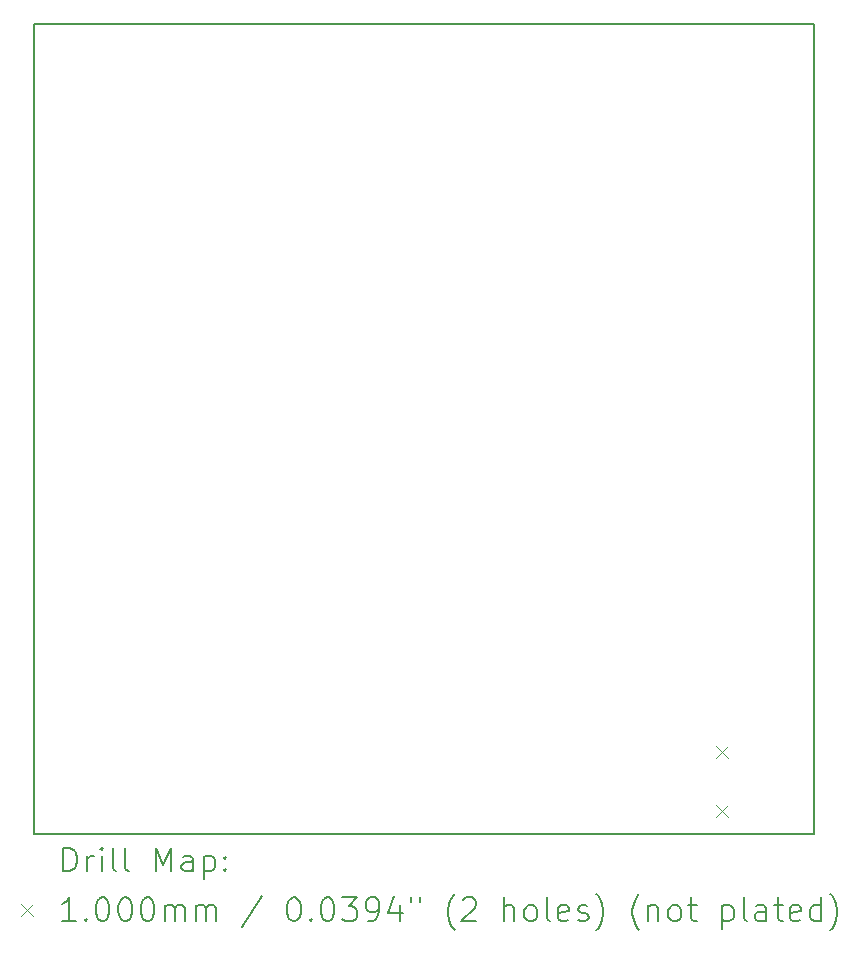
<source format=gbr>
%TF.GenerationSoftware,KiCad,Pcbnew,(6.0.7)*%
%TF.CreationDate,2023-02-07T14:26:08-05:00*%
%TF.ProjectId,DCA_USMR_sch,4443415f-5553-44d5-925f-7363682e6b69,v1.3*%
%TF.SameCoordinates,Original*%
%TF.FileFunction,Drillmap*%
%TF.FilePolarity,Positive*%
%FSLAX45Y45*%
G04 Gerber Fmt 4.5, Leading zero omitted, Abs format (unit mm)*
G04 Created by KiCad (PCBNEW (6.0.7)) date 2023-02-07 14:26:08*
%MOMM*%
%LPD*%
G01*
G04 APERTURE LIST*
%ADD10C,0.200000*%
%ADD11C,0.100000*%
G04 APERTURE END LIST*
D10*
X20098000Y-9221000D02*
X26702000Y-9221000D01*
X26702000Y-9221000D02*
X26702000Y-16080000D01*
X26702000Y-16080000D02*
X20098000Y-16080000D01*
X20098000Y-16080000D02*
X20098000Y-9221000D01*
D11*
X25869891Y-15336882D02*
X25969891Y-15436882D01*
X25969891Y-15336882D02*
X25869891Y-15436882D01*
X25869891Y-15836882D02*
X25969891Y-15936882D01*
X25969891Y-15836882D02*
X25869891Y-15936882D01*
D10*
X20345619Y-16400476D02*
X20345619Y-16200476D01*
X20393238Y-16200476D01*
X20421810Y-16210000D01*
X20440857Y-16229048D01*
X20450381Y-16248095D01*
X20459905Y-16286190D01*
X20459905Y-16314762D01*
X20450381Y-16352857D01*
X20440857Y-16371905D01*
X20421810Y-16390952D01*
X20393238Y-16400476D01*
X20345619Y-16400476D01*
X20545619Y-16400476D02*
X20545619Y-16267143D01*
X20545619Y-16305238D02*
X20555143Y-16286190D01*
X20564667Y-16276667D01*
X20583714Y-16267143D01*
X20602762Y-16267143D01*
X20669429Y-16400476D02*
X20669429Y-16267143D01*
X20669429Y-16200476D02*
X20659905Y-16210000D01*
X20669429Y-16219524D01*
X20678952Y-16210000D01*
X20669429Y-16200476D01*
X20669429Y-16219524D01*
X20793238Y-16400476D02*
X20774190Y-16390952D01*
X20764667Y-16371905D01*
X20764667Y-16200476D01*
X20898000Y-16400476D02*
X20878952Y-16390952D01*
X20869429Y-16371905D01*
X20869429Y-16200476D01*
X21126571Y-16400476D02*
X21126571Y-16200476D01*
X21193238Y-16343333D01*
X21259905Y-16200476D01*
X21259905Y-16400476D01*
X21440857Y-16400476D02*
X21440857Y-16295714D01*
X21431333Y-16276667D01*
X21412286Y-16267143D01*
X21374190Y-16267143D01*
X21355143Y-16276667D01*
X21440857Y-16390952D02*
X21421810Y-16400476D01*
X21374190Y-16400476D01*
X21355143Y-16390952D01*
X21345619Y-16371905D01*
X21345619Y-16352857D01*
X21355143Y-16333809D01*
X21374190Y-16324286D01*
X21421810Y-16324286D01*
X21440857Y-16314762D01*
X21536095Y-16267143D02*
X21536095Y-16467143D01*
X21536095Y-16276667D02*
X21555143Y-16267143D01*
X21593238Y-16267143D01*
X21612286Y-16276667D01*
X21621810Y-16286190D01*
X21631333Y-16305238D01*
X21631333Y-16362381D01*
X21621810Y-16381428D01*
X21612286Y-16390952D01*
X21593238Y-16400476D01*
X21555143Y-16400476D01*
X21536095Y-16390952D01*
X21717048Y-16381428D02*
X21726571Y-16390952D01*
X21717048Y-16400476D01*
X21707524Y-16390952D01*
X21717048Y-16381428D01*
X21717048Y-16400476D01*
X21717048Y-16276667D02*
X21726571Y-16286190D01*
X21717048Y-16295714D01*
X21707524Y-16286190D01*
X21717048Y-16276667D01*
X21717048Y-16295714D01*
D11*
X19988000Y-16680000D02*
X20088000Y-16780000D01*
X20088000Y-16680000D02*
X19988000Y-16780000D01*
D10*
X20450381Y-16820476D02*
X20336095Y-16820476D01*
X20393238Y-16820476D02*
X20393238Y-16620476D01*
X20374190Y-16649048D01*
X20355143Y-16668095D01*
X20336095Y-16677619D01*
X20536095Y-16801429D02*
X20545619Y-16810952D01*
X20536095Y-16820476D01*
X20526571Y-16810952D01*
X20536095Y-16801429D01*
X20536095Y-16820476D01*
X20669429Y-16620476D02*
X20688476Y-16620476D01*
X20707524Y-16630000D01*
X20717048Y-16639524D01*
X20726571Y-16658571D01*
X20736095Y-16696667D01*
X20736095Y-16744286D01*
X20726571Y-16782381D01*
X20717048Y-16801429D01*
X20707524Y-16810952D01*
X20688476Y-16820476D01*
X20669429Y-16820476D01*
X20650381Y-16810952D01*
X20640857Y-16801429D01*
X20631333Y-16782381D01*
X20621810Y-16744286D01*
X20621810Y-16696667D01*
X20631333Y-16658571D01*
X20640857Y-16639524D01*
X20650381Y-16630000D01*
X20669429Y-16620476D01*
X20859905Y-16620476D02*
X20878952Y-16620476D01*
X20898000Y-16630000D01*
X20907524Y-16639524D01*
X20917048Y-16658571D01*
X20926571Y-16696667D01*
X20926571Y-16744286D01*
X20917048Y-16782381D01*
X20907524Y-16801429D01*
X20898000Y-16810952D01*
X20878952Y-16820476D01*
X20859905Y-16820476D01*
X20840857Y-16810952D01*
X20831333Y-16801429D01*
X20821810Y-16782381D01*
X20812286Y-16744286D01*
X20812286Y-16696667D01*
X20821810Y-16658571D01*
X20831333Y-16639524D01*
X20840857Y-16630000D01*
X20859905Y-16620476D01*
X21050381Y-16620476D02*
X21069429Y-16620476D01*
X21088476Y-16630000D01*
X21098000Y-16639524D01*
X21107524Y-16658571D01*
X21117048Y-16696667D01*
X21117048Y-16744286D01*
X21107524Y-16782381D01*
X21098000Y-16801429D01*
X21088476Y-16810952D01*
X21069429Y-16820476D01*
X21050381Y-16820476D01*
X21031333Y-16810952D01*
X21021810Y-16801429D01*
X21012286Y-16782381D01*
X21002762Y-16744286D01*
X21002762Y-16696667D01*
X21012286Y-16658571D01*
X21021810Y-16639524D01*
X21031333Y-16630000D01*
X21050381Y-16620476D01*
X21202762Y-16820476D02*
X21202762Y-16687143D01*
X21202762Y-16706190D02*
X21212286Y-16696667D01*
X21231333Y-16687143D01*
X21259905Y-16687143D01*
X21278952Y-16696667D01*
X21288476Y-16715714D01*
X21288476Y-16820476D01*
X21288476Y-16715714D02*
X21298000Y-16696667D01*
X21317048Y-16687143D01*
X21345619Y-16687143D01*
X21364667Y-16696667D01*
X21374190Y-16715714D01*
X21374190Y-16820476D01*
X21469429Y-16820476D02*
X21469429Y-16687143D01*
X21469429Y-16706190D02*
X21478952Y-16696667D01*
X21498000Y-16687143D01*
X21526571Y-16687143D01*
X21545619Y-16696667D01*
X21555143Y-16715714D01*
X21555143Y-16820476D01*
X21555143Y-16715714D02*
X21564667Y-16696667D01*
X21583714Y-16687143D01*
X21612286Y-16687143D01*
X21631333Y-16696667D01*
X21640857Y-16715714D01*
X21640857Y-16820476D01*
X22031333Y-16610952D02*
X21859905Y-16868095D01*
X22288476Y-16620476D02*
X22307524Y-16620476D01*
X22326571Y-16630000D01*
X22336095Y-16639524D01*
X22345619Y-16658571D01*
X22355143Y-16696667D01*
X22355143Y-16744286D01*
X22345619Y-16782381D01*
X22336095Y-16801429D01*
X22326571Y-16810952D01*
X22307524Y-16820476D01*
X22288476Y-16820476D01*
X22269429Y-16810952D01*
X22259905Y-16801429D01*
X22250381Y-16782381D01*
X22240857Y-16744286D01*
X22240857Y-16696667D01*
X22250381Y-16658571D01*
X22259905Y-16639524D01*
X22269429Y-16630000D01*
X22288476Y-16620476D01*
X22440857Y-16801429D02*
X22450381Y-16810952D01*
X22440857Y-16820476D01*
X22431333Y-16810952D01*
X22440857Y-16801429D01*
X22440857Y-16820476D01*
X22574190Y-16620476D02*
X22593238Y-16620476D01*
X22612286Y-16630000D01*
X22621809Y-16639524D01*
X22631333Y-16658571D01*
X22640857Y-16696667D01*
X22640857Y-16744286D01*
X22631333Y-16782381D01*
X22621809Y-16801429D01*
X22612286Y-16810952D01*
X22593238Y-16820476D01*
X22574190Y-16820476D01*
X22555143Y-16810952D01*
X22545619Y-16801429D01*
X22536095Y-16782381D01*
X22526571Y-16744286D01*
X22526571Y-16696667D01*
X22536095Y-16658571D01*
X22545619Y-16639524D01*
X22555143Y-16630000D01*
X22574190Y-16620476D01*
X22707524Y-16620476D02*
X22831333Y-16620476D01*
X22764667Y-16696667D01*
X22793238Y-16696667D01*
X22812286Y-16706190D01*
X22821809Y-16715714D01*
X22831333Y-16734762D01*
X22831333Y-16782381D01*
X22821809Y-16801429D01*
X22812286Y-16810952D01*
X22793238Y-16820476D01*
X22736095Y-16820476D01*
X22717048Y-16810952D01*
X22707524Y-16801429D01*
X22926571Y-16820476D02*
X22964667Y-16820476D01*
X22983714Y-16810952D01*
X22993238Y-16801429D01*
X23012286Y-16772857D01*
X23021809Y-16734762D01*
X23021809Y-16658571D01*
X23012286Y-16639524D01*
X23002762Y-16630000D01*
X22983714Y-16620476D01*
X22945619Y-16620476D01*
X22926571Y-16630000D01*
X22917048Y-16639524D01*
X22907524Y-16658571D01*
X22907524Y-16706190D01*
X22917048Y-16725238D01*
X22926571Y-16734762D01*
X22945619Y-16744286D01*
X22983714Y-16744286D01*
X23002762Y-16734762D01*
X23012286Y-16725238D01*
X23021809Y-16706190D01*
X23193238Y-16687143D02*
X23193238Y-16820476D01*
X23145619Y-16610952D02*
X23098000Y-16753809D01*
X23221809Y-16753809D01*
X23288476Y-16620476D02*
X23288476Y-16658571D01*
X23364667Y-16620476D02*
X23364667Y-16658571D01*
X23659905Y-16896667D02*
X23650381Y-16887143D01*
X23631333Y-16858571D01*
X23621809Y-16839524D01*
X23612286Y-16810952D01*
X23602762Y-16763333D01*
X23602762Y-16725238D01*
X23612286Y-16677619D01*
X23621809Y-16649048D01*
X23631333Y-16630000D01*
X23650381Y-16601428D01*
X23659905Y-16591905D01*
X23726571Y-16639524D02*
X23736095Y-16630000D01*
X23755143Y-16620476D01*
X23802762Y-16620476D01*
X23821809Y-16630000D01*
X23831333Y-16639524D01*
X23840857Y-16658571D01*
X23840857Y-16677619D01*
X23831333Y-16706190D01*
X23717048Y-16820476D01*
X23840857Y-16820476D01*
X24078952Y-16820476D02*
X24078952Y-16620476D01*
X24164667Y-16820476D02*
X24164667Y-16715714D01*
X24155143Y-16696667D01*
X24136095Y-16687143D01*
X24107524Y-16687143D01*
X24088476Y-16696667D01*
X24078952Y-16706190D01*
X24288476Y-16820476D02*
X24269428Y-16810952D01*
X24259905Y-16801429D01*
X24250381Y-16782381D01*
X24250381Y-16725238D01*
X24259905Y-16706190D01*
X24269428Y-16696667D01*
X24288476Y-16687143D01*
X24317048Y-16687143D01*
X24336095Y-16696667D01*
X24345619Y-16706190D01*
X24355143Y-16725238D01*
X24355143Y-16782381D01*
X24345619Y-16801429D01*
X24336095Y-16810952D01*
X24317048Y-16820476D01*
X24288476Y-16820476D01*
X24469428Y-16820476D02*
X24450381Y-16810952D01*
X24440857Y-16791905D01*
X24440857Y-16620476D01*
X24621809Y-16810952D02*
X24602762Y-16820476D01*
X24564667Y-16820476D01*
X24545619Y-16810952D01*
X24536095Y-16791905D01*
X24536095Y-16715714D01*
X24545619Y-16696667D01*
X24564667Y-16687143D01*
X24602762Y-16687143D01*
X24621809Y-16696667D01*
X24631333Y-16715714D01*
X24631333Y-16734762D01*
X24536095Y-16753809D01*
X24707524Y-16810952D02*
X24726571Y-16820476D01*
X24764667Y-16820476D01*
X24783714Y-16810952D01*
X24793238Y-16791905D01*
X24793238Y-16782381D01*
X24783714Y-16763333D01*
X24764667Y-16753809D01*
X24736095Y-16753809D01*
X24717048Y-16744286D01*
X24707524Y-16725238D01*
X24707524Y-16715714D01*
X24717048Y-16696667D01*
X24736095Y-16687143D01*
X24764667Y-16687143D01*
X24783714Y-16696667D01*
X24859905Y-16896667D02*
X24869428Y-16887143D01*
X24888476Y-16858571D01*
X24898000Y-16839524D01*
X24907524Y-16810952D01*
X24917048Y-16763333D01*
X24917048Y-16725238D01*
X24907524Y-16677619D01*
X24898000Y-16649048D01*
X24888476Y-16630000D01*
X24869428Y-16601428D01*
X24859905Y-16591905D01*
X25221809Y-16896667D02*
X25212286Y-16887143D01*
X25193238Y-16858571D01*
X25183714Y-16839524D01*
X25174190Y-16810952D01*
X25164667Y-16763333D01*
X25164667Y-16725238D01*
X25174190Y-16677619D01*
X25183714Y-16649048D01*
X25193238Y-16630000D01*
X25212286Y-16601428D01*
X25221809Y-16591905D01*
X25298000Y-16687143D02*
X25298000Y-16820476D01*
X25298000Y-16706190D02*
X25307524Y-16696667D01*
X25326571Y-16687143D01*
X25355143Y-16687143D01*
X25374190Y-16696667D01*
X25383714Y-16715714D01*
X25383714Y-16820476D01*
X25507524Y-16820476D02*
X25488476Y-16810952D01*
X25478952Y-16801429D01*
X25469428Y-16782381D01*
X25469428Y-16725238D01*
X25478952Y-16706190D01*
X25488476Y-16696667D01*
X25507524Y-16687143D01*
X25536095Y-16687143D01*
X25555143Y-16696667D01*
X25564667Y-16706190D01*
X25574190Y-16725238D01*
X25574190Y-16782381D01*
X25564667Y-16801429D01*
X25555143Y-16810952D01*
X25536095Y-16820476D01*
X25507524Y-16820476D01*
X25631333Y-16687143D02*
X25707524Y-16687143D01*
X25659905Y-16620476D02*
X25659905Y-16791905D01*
X25669428Y-16810952D01*
X25688476Y-16820476D01*
X25707524Y-16820476D01*
X25926571Y-16687143D02*
X25926571Y-16887143D01*
X25926571Y-16696667D02*
X25945619Y-16687143D01*
X25983714Y-16687143D01*
X26002762Y-16696667D01*
X26012286Y-16706190D01*
X26021809Y-16725238D01*
X26021809Y-16782381D01*
X26012286Y-16801429D01*
X26002762Y-16810952D01*
X25983714Y-16820476D01*
X25945619Y-16820476D01*
X25926571Y-16810952D01*
X26136095Y-16820476D02*
X26117048Y-16810952D01*
X26107524Y-16791905D01*
X26107524Y-16620476D01*
X26298000Y-16820476D02*
X26298000Y-16715714D01*
X26288476Y-16696667D01*
X26269428Y-16687143D01*
X26231333Y-16687143D01*
X26212286Y-16696667D01*
X26298000Y-16810952D02*
X26278952Y-16820476D01*
X26231333Y-16820476D01*
X26212286Y-16810952D01*
X26202762Y-16791905D01*
X26202762Y-16772857D01*
X26212286Y-16753809D01*
X26231333Y-16744286D01*
X26278952Y-16744286D01*
X26298000Y-16734762D01*
X26364667Y-16687143D02*
X26440857Y-16687143D01*
X26393238Y-16620476D02*
X26393238Y-16791905D01*
X26402762Y-16810952D01*
X26421809Y-16820476D01*
X26440857Y-16820476D01*
X26583714Y-16810952D02*
X26564667Y-16820476D01*
X26526571Y-16820476D01*
X26507524Y-16810952D01*
X26498000Y-16791905D01*
X26498000Y-16715714D01*
X26507524Y-16696667D01*
X26526571Y-16687143D01*
X26564667Y-16687143D01*
X26583714Y-16696667D01*
X26593238Y-16715714D01*
X26593238Y-16734762D01*
X26498000Y-16753809D01*
X26764667Y-16820476D02*
X26764667Y-16620476D01*
X26764667Y-16810952D02*
X26745619Y-16820476D01*
X26707524Y-16820476D01*
X26688476Y-16810952D01*
X26678952Y-16801429D01*
X26669428Y-16782381D01*
X26669428Y-16725238D01*
X26678952Y-16706190D01*
X26688476Y-16696667D01*
X26707524Y-16687143D01*
X26745619Y-16687143D01*
X26764667Y-16696667D01*
X26840857Y-16896667D02*
X26850381Y-16887143D01*
X26869428Y-16858571D01*
X26878952Y-16839524D01*
X26888476Y-16810952D01*
X26898000Y-16763333D01*
X26898000Y-16725238D01*
X26888476Y-16677619D01*
X26878952Y-16649048D01*
X26869428Y-16630000D01*
X26850381Y-16601428D01*
X26840857Y-16591905D01*
M02*

</source>
